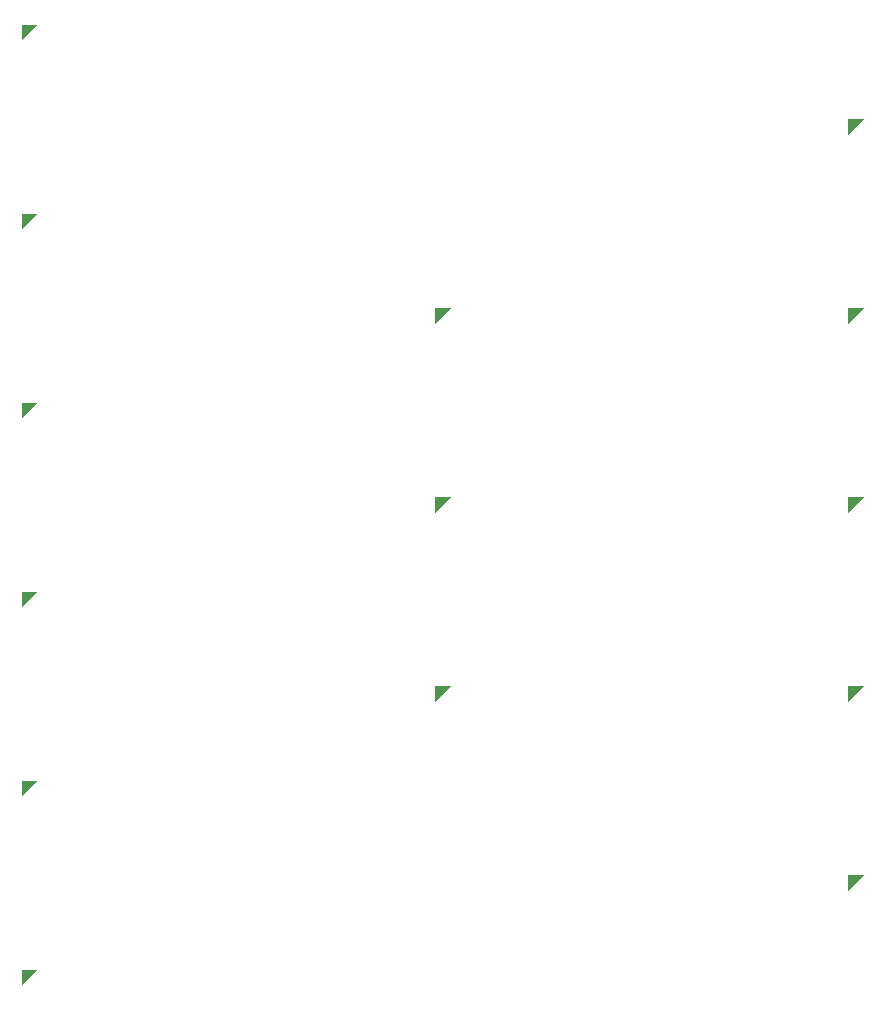
<source format=gbr>
G04 #@! TF.GenerationSoftware,KiCad,Pcbnew,5.1.3-ffb9f22~84~ubuntu18.10.1*
G04 #@! TF.CreationDate,2020-02-01T18:16:24-05:00*
G04 #@! TF.ProjectId,FIFO_Clock,4649464f-5f43-46c6-9f63-6b2e6b696361,rev?*
G04 #@! TF.SameCoordinates,PX2faf080PY2faf080*
G04 #@! TF.FileFunction,Legend,Top*
G04 #@! TF.FilePolarity,Positive*
%FSLAX46Y46*%
G04 Gerber Fmt 4.6, Leading zero omitted, Abs format (unit mm)*
G04 Created by KiCad (PCBNEW 5.1.3-ffb9f22~84~ubuntu18.10.1) date 2020-02-01 18:16:24*
%MOMM*%
%LPD*%
G04 APERTURE LIST*
%ADD10C,0.100000*%
G04 APERTURE END LIST*
D10*
G36*
X83500000Y-81000000D02*
G01*
X83500000Y-82250000D01*
X84750000Y-81000000D01*
X83500000Y-81000000D01*
G37*
X83500000Y-81000000D02*
X83500000Y-82250000D01*
X84750000Y-81000000D01*
X83500000Y-81000000D01*
G36*
X48500000Y-49000000D02*
G01*
X48500000Y-50250000D01*
X49750000Y-49000000D01*
X48500000Y-49000000D01*
G37*
X48500000Y-49000000D02*
X48500000Y-50250000D01*
X49750000Y-49000000D01*
X48500000Y-49000000D01*
G36*
X13500000Y-9000000D02*
G01*
X13500000Y-10250000D01*
X14750000Y-9000000D01*
X13500000Y-9000000D01*
G37*
X13500000Y-9000000D02*
X13500000Y-10250000D01*
X14750000Y-9000000D01*
X13500000Y-9000000D01*
G36*
X13500000Y-25000000D02*
G01*
X13500000Y-26250000D01*
X14750000Y-25000000D01*
X13500000Y-25000000D01*
G37*
X13500000Y-25000000D02*
X13500000Y-26250000D01*
X14750000Y-25000000D01*
X13500000Y-25000000D01*
G36*
X13500000Y-41000000D02*
G01*
X13500000Y-42250000D01*
X14750000Y-41000000D01*
X13500000Y-41000000D01*
G37*
X13500000Y-41000000D02*
X13500000Y-42250000D01*
X14750000Y-41000000D01*
X13500000Y-41000000D01*
G36*
X13500000Y-57000000D02*
G01*
X13500000Y-58250000D01*
X14750000Y-57000000D01*
X13500000Y-57000000D01*
G37*
X13500000Y-57000000D02*
X13500000Y-58250000D01*
X14750000Y-57000000D01*
X13500000Y-57000000D01*
G36*
X13500000Y-73000000D02*
G01*
X13500000Y-74250000D01*
X14750000Y-73000000D01*
X13500000Y-73000000D01*
G37*
X13500000Y-73000000D02*
X13500000Y-74250000D01*
X14750000Y-73000000D01*
X13500000Y-73000000D01*
G36*
X13500000Y-89000000D02*
G01*
X13500000Y-90250000D01*
X14750000Y-89000000D01*
X13500000Y-89000000D01*
G37*
X13500000Y-89000000D02*
X13500000Y-90250000D01*
X14750000Y-89000000D01*
X13500000Y-89000000D01*
G36*
X48500000Y-33000000D02*
G01*
X48500000Y-34250000D01*
X49750000Y-33000000D01*
X48500000Y-33000000D01*
G37*
X48500000Y-33000000D02*
X48500000Y-34250000D01*
X49750000Y-33000000D01*
X48500000Y-33000000D01*
G36*
X48500000Y-65000000D02*
G01*
X48500000Y-66250000D01*
X49750000Y-65000000D01*
X48500000Y-65000000D01*
G37*
X48500000Y-65000000D02*
X48500000Y-66250000D01*
X49750000Y-65000000D01*
X48500000Y-65000000D01*
G36*
X83500000Y-17000000D02*
G01*
X83500000Y-18250000D01*
X84750000Y-17000000D01*
X83500000Y-17000000D01*
G37*
X83500000Y-17000000D02*
X83500000Y-18250000D01*
X84750000Y-17000000D01*
X83500000Y-17000000D01*
G36*
X83500000Y-33000000D02*
G01*
X83500000Y-34250000D01*
X84750000Y-33000000D01*
X83500000Y-33000000D01*
G37*
X83500000Y-33000000D02*
X83500000Y-34250000D01*
X84750000Y-33000000D01*
X83500000Y-33000000D01*
G36*
X83500000Y-49000000D02*
G01*
X83500000Y-50250000D01*
X84750000Y-49000000D01*
X83500000Y-49000000D01*
G37*
X83500000Y-49000000D02*
X83500000Y-50250000D01*
X84750000Y-49000000D01*
X83500000Y-49000000D01*
G36*
X83500000Y-65000000D02*
G01*
X83500000Y-66250000D01*
X84750000Y-65000000D01*
X83500000Y-65000000D01*
G37*
X83500000Y-65000000D02*
X83500000Y-66250000D01*
X84750000Y-65000000D01*
X83500000Y-65000000D01*
M02*

</source>
